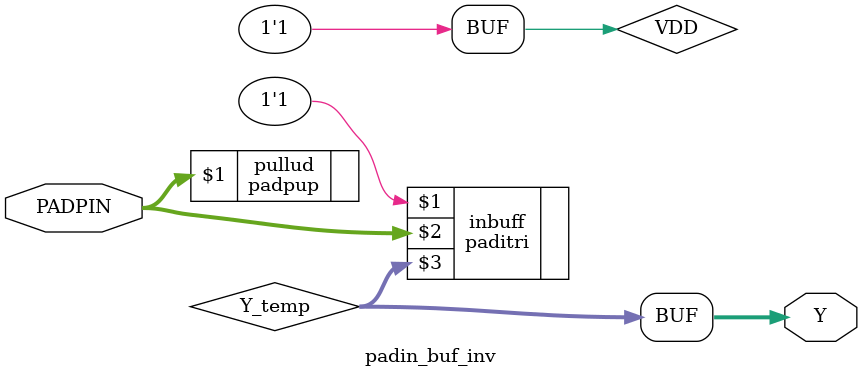
<source format=v>
module padin_buf_inv(PADPIN,Y);
  parameter M = 7;
  parameter N = 0;
  parameter SLIM_FLAG = 0;
  parameter LEVEL_SHIFTING = 0;
  parameter SCHMITT_TRIGGER = 0;
  parameter PULL_TYPE = "None";
  parameter YPITCH = "4MA";
  parameter
        d_PADPIN = 1,
        d_Y = 1;
  inout [M:N] PADPIN;
  output [M:N] Y;
  wire [M:N] PADPIN_temp;
  wire [M:N] Y_temp;
  supply1  VDD;
  assign #(d_Y) Y = Y_temp;
  padpup #(M,N,PULL_TYPE) pullud (PADPIN);
  paditri #(M,N) inbuff (VDD,PADPIN,Y_temp);
endmodule

</source>
